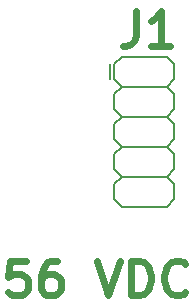
<source format=gbr>
G04 #@! TF.FileFunction,Legend,Top*
%FSLAX46Y46*%
G04 Gerber Fmt 4.6, Leading zero omitted, Abs format (unit mm)*
G04 Created by KiCad (PCBNEW 4.0.6) date 03/10/20 09:40:22*
%MOMM*%
%LPD*%
G01*
G04 APERTURE LIST*
%ADD10C,0.100000*%
%ADD11C,0.584200*%
%ADD12C,0.152400*%
%ADD13C,0.203200*%
G04 APERTURE END LIST*
D10*
D11*
X106490105Y-90831005D02*
X105099152Y-90831005D01*
X104960057Y-92221957D01*
X105099152Y-92082862D01*
X105377343Y-91943767D01*
X106072819Y-91943767D01*
X106351009Y-92082862D01*
X106490105Y-92221957D01*
X106629200Y-92500148D01*
X106629200Y-93195624D01*
X106490105Y-93473814D01*
X106351009Y-93612910D01*
X106072819Y-93752005D01*
X105377343Y-93752005D01*
X105099152Y-93612910D01*
X104960057Y-93473814D01*
X109132914Y-90831005D02*
X108576533Y-90831005D01*
X108298343Y-90970100D01*
X108159248Y-91109195D01*
X107881057Y-91526481D01*
X107741962Y-92082862D01*
X107741962Y-93195624D01*
X107881057Y-93473814D01*
X108020152Y-93612910D01*
X108298343Y-93752005D01*
X108854724Y-93752005D01*
X109132914Y-93612910D01*
X109272010Y-93473814D01*
X109411105Y-93195624D01*
X109411105Y-92500148D01*
X109272010Y-92221957D01*
X109132914Y-92082862D01*
X108854724Y-91943767D01*
X108298343Y-91943767D01*
X108020152Y-92082862D01*
X107881057Y-92221957D01*
X107741962Y-92500148D01*
X112471200Y-90831005D02*
X113444867Y-93752005D01*
X114418534Y-90831005D01*
X115392200Y-93752005D02*
X115392200Y-90831005D01*
X116087676Y-90831005D01*
X116504962Y-90970100D01*
X116783153Y-91248290D01*
X116922248Y-91526481D01*
X117061343Y-92082862D01*
X117061343Y-92500148D01*
X116922248Y-93056529D01*
X116783153Y-93334719D01*
X116504962Y-93612910D01*
X116087676Y-93752005D01*
X115392200Y-93752005D01*
X119982343Y-93473814D02*
X119843248Y-93612910D01*
X119425962Y-93752005D01*
X119147772Y-93752005D01*
X118730486Y-93612910D01*
X118452295Y-93334719D01*
X118313200Y-93056529D01*
X118174105Y-92500148D01*
X118174105Y-92082862D01*
X118313200Y-91526481D01*
X118452295Y-91248290D01*
X118730486Y-90970100D01*
X119147772Y-90831005D01*
X119425962Y-90831005D01*
X119843248Y-90970100D01*
X119982343Y-91109195D01*
D12*
X114599860Y-73571100D02*
X113964860Y-74206100D01*
X113964860Y-75476100D02*
X114599860Y-76111100D01*
X114599860Y-76111100D02*
X113964860Y-76746100D01*
X113964860Y-78016100D02*
X114599860Y-78651100D01*
X114599860Y-78651100D02*
X113964860Y-79286100D01*
X113964860Y-80556100D02*
X114599860Y-81191100D01*
X114599860Y-81191100D02*
X113964860Y-81826100D01*
X113964860Y-83096100D02*
X114599860Y-83731100D01*
X114599860Y-73571100D02*
X118409860Y-73571100D01*
X118409860Y-73571100D02*
X119044860Y-74206100D01*
X119044860Y-74206100D02*
X119044860Y-75476100D01*
X119044860Y-75476100D02*
X118409860Y-76111100D01*
X118409860Y-76111100D02*
X119044860Y-76746100D01*
X119044860Y-76746100D02*
X119044860Y-78016100D01*
X119044860Y-78016100D02*
X118409860Y-78651100D01*
X118409860Y-78651100D02*
X119044860Y-79286100D01*
X119044860Y-79286100D02*
X119044860Y-80556100D01*
X119044860Y-80556100D02*
X118409860Y-81191100D01*
X118409860Y-81191100D02*
X119044860Y-81826100D01*
X119044860Y-81826100D02*
X119044860Y-83096100D01*
X119044860Y-83096100D02*
X118409860Y-83731100D01*
X118409860Y-76111100D02*
X114599860Y-76111100D01*
X118409860Y-78651100D02*
X114599860Y-78651100D01*
X118409860Y-81191100D02*
X114599860Y-81191100D01*
X118409860Y-83731100D02*
X114599860Y-83731100D01*
X113964860Y-81826100D02*
X113964860Y-83096100D01*
X113964860Y-79286100D02*
X113964860Y-80556100D01*
X113964860Y-76746100D02*
X113964860Y-78016100D01*
X113964860Y-74206100D02*
X113964860Y-75476100D01*
X114599860Y-83731100D02*
X113964860Y-84366100D01*
X113964860Y-85636100D02*
X114599860Y-86271100D01*
X118409860Y-83731100D02*
X119044860Y-84366100D01*
X119044860Y-84366100D02*
X119044860Y-85636100D01*
X119044860Y-85636100D02*
X118409860Y-86271100D01*
X118409860Y-86271100D02*
X114599860Y-86271100D01*
X113964860Y-84366100D02*
X113964860Y-85636100D01*
D13*
X113583860Y-74206100D02*
X113583860Y-75476100D01*
X113583860Y-74206100D02*
X113583860Y-75476100D01*
D11*
X115785194Y-69685505D02*
X115785194Y-71771933D01*
X115646098Y-72189219D01*
X115367908Y-72467410D01*
X114950622Y-72606505D01*
X114672432Y-72606505D01*
X118706194Y-72606505D02*
X117037051Y-72606505D01*
X117871622Y-72606505D02*
X117871622Y-69685505D01*
X117593432Y-70102790D01*
X117315241Y-70380981D01*
X117037051Y-70520076D01*
M02*

</source>
